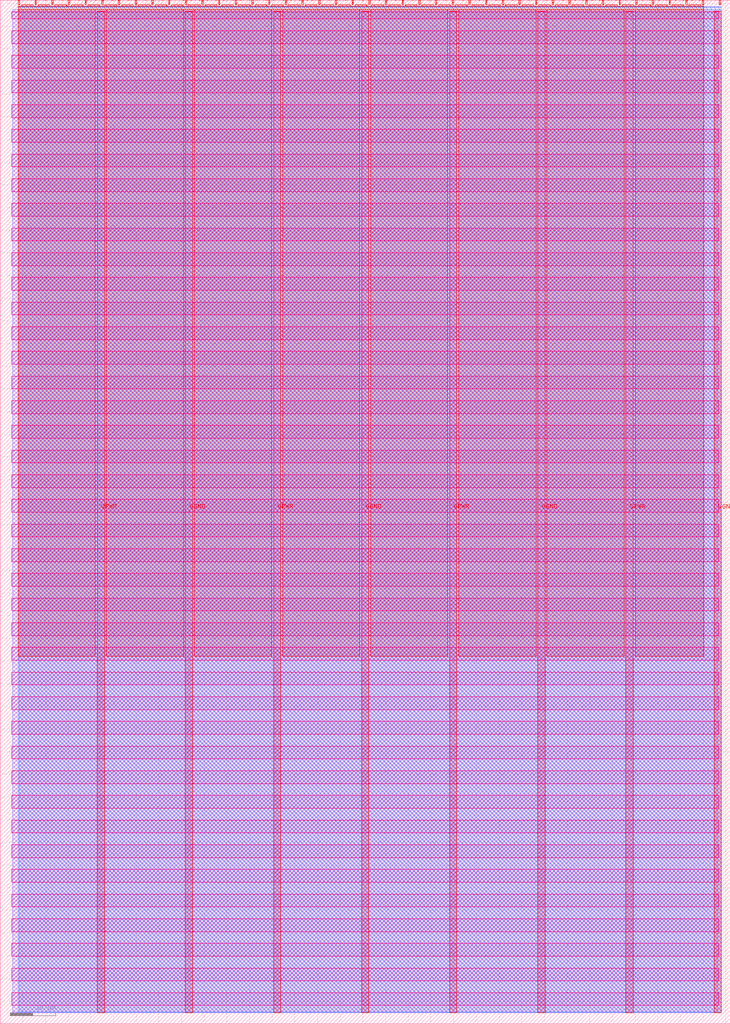
<source format=lef>
VERSION 5.7 ;
  NOWIREEXTENSIONATPIN ON ;
  DIVIDERCHAR "/" ;
  BUSBITCHARS "[]" ;
MACRO tt_um_maxluppe_NIST
  CLASS BLOCK ;
  FOREIGN tt_um_maxluppe_NIST ;
  ORIGIN 0.000 0.000 ;
  SIZE 161.000 BY 225.760 ;
  PIN VGND
    DIRECTION INOUT ;
    USE GROUND ;
    PORT
      LAYER met4 ;
        RECT 40.830 2.480 42.430 223.280 ;
    END
    PORT
      LAYER met4 ;
        RECT 79.700 2.480 81.300 223.280 ;
    END
    PORT
      LAYER met4 ;
        RECT 118.570 2.480 120.170 223.280 ;
    END
    PORT
      LAYER met4 ;
        RECT 157.440 2.480 159.040 223.280 ;
    END
  END VGND
  PIN VPWR
    DIRECTION INOUT ;
    USE POWER ;
    PORT
      LAYER met4 ;
        RECT 21.395 2.480 22.995 223.280 ;
    END
    PORT
      LAYER met4 ;
        RECT 60.265 2.480 61.865 223.280 ;
    END
    PORT
      LAYER met4 ;
        RECT 99.135 2.480 100.735 223.280 ;
    END
    PORT
      LAYER met4 ;
        RECT 138.005 2.480 139.605 223.280 ;
    END
  END VPWR
  PIN clk
    DIRECTION INPUT ;
    USE SIGNAL ;
    ANTENNAGATEAREA 0.852000 ;
    PORT
      LAYER met4 ;
        RECT 154.870 224.760 155.170 225.760 ;
    END
  END clk
  PIN ena
    DIRECTION INPUT ;
    USE SIGNAL ;
    PORT
      LAYER met4 ;
        RECT 158.550 224.760 158.850 225.760 ;
    END
  END ena
  PIN rst_n
    DIRECTION INPUT ;
    USE SIGNAL ;
    ANTENNAGATEAREA 0.126000 ;
    PORT
      LAYER met4 ;
        RECT 151.190 224.760 151.490 225.760 ;
    END
  END rst_n
  PIN ui_in[0]
    DIRECTION INPUT ;
    USE SIGNAL ;
    ANTENNAGATEAREA 0.196500 ;
    PORT
      LAYER met4 ;
        RECT 147.510 224.760 147.810 225.760 ;
    END
  END ui_in[0]
  PIN ui_in[1]
    DIRECTION INPUT ;
    USE SIGNAL ;
    ANTENNAGATEAREA 0.196500 ;
    PORT
      LAYER met4 ;
        RECT 143.830 224.760 144.130 225.760 ;
    END
  END ui_in[1]
  PIN ui_in[2]
    DIRECTION INPUT ;
    USE SIGNAL ;
    ANTENNAGATEAREA 0.196500 ;
    PORT
      LAYER met4 ;
        RECT 140.150 224.760 140.450 225.760 ;
    END
  END ui_in[2]
  PIN ui_in[3]
    DIRECTION INPUT ;
    USE SIGNAL ;
    ANTENNAGATEAREA 0.196500 ;
    PORT
      LAYER met4 ;
        RECT 136.470 224.760 136.770 225.760 ;
    END
  END ui_in[3]
  PIN ui_in[4]
    DIRECTION INPUT ;
    USE SIGNAL ;
    PORT
      LAYER met4 ;
        RECT 132.790 224.760 133.090 225.760 ;
    END
  END ui_in[4]
  PIN ui_in[5]
    DIRECTION INPUT ;
    USE SIGNAL ;
    PORT
      LAYER met4 ;
        RECT 129.110 224.760 129.410 225.760 ;
    END
  END ui_in[5]
  PIN ui_in[6]
    DIRECTION INPUT ;
    USE SIGNAL ;
    PORT
      LAYER met4 ;
        RECT 125.430 224.760 125.730 225.760 ;
    END
  END ui_in[6]
  PIN ui_in[7]
    DIRECTION INPUT ;
    USE SIGNAL ;
    PORT
      LAYER met4 ;
        RECT 121.750 224.760 122.050 225.760 ;
    END
  END ui_in[7]
  PIN uio_in[0]
    DIRECTION INPUT ;
    USE SIGNAL ;
    PORT
      LAYER met4 ;
        RECT 118.070 224.760 118.370 225.760 ;
    END
  END uio_in[0]
  PIN uio_in[1]
    DIRECTION INPUT ;
    USE SIGNAL ;
    PORT
      LAYER met4 ;
        RECT 114.390 224.760 114.690 225.760 ;
    END
  END uio_in[1]
  PIN uio_in[2]
    DIRECTION INPUT ;
    USE SIGNAL ;
    PORT
      LAYER met4 ;
        RECT 110.710 224.760 111.010 225.760 ;
    END
  END uio_in[2]
  PIN uio_in[3]
    DIRECTION INPUT ;
    USE SIGNAL ;
    PORT
      LAYER met4 ;
        RECT 107.030 224.760 107.330 225.760 ;
    END
  END uio_in[3]
  PIN uio_in[4]
    DIRECTION INPUT ;
    USE SIGNAL ;
    PORT
      LAYER met4 ;
        RECT 103.350 224.760 103.650 225.760 ;
    END
  END uio_in[4]
  PIN uio_in[5]
    DIRECTION INPUT ;
    USE SIGNAL ;
    PORT
      LAYER met4 ;
        RECT 99.670 224.760 99.970 225.760 ;
    END
  END uio_in[5]
  PIN uio_in[6]
    DIRECTION INPUT ;
    USE SIGNAL ;
    PORT
      LAYER met4 ;
        RECT 95.990 224.760 96.290 225.760 ;
    END
  END uio_in[6]
  PIN uio_in[7]
    DIRECTION INPUT ;
    USE SIGNAL ;
    PORT
      LAYER met4 ;
        RECT 92.310 224.760 92.610 225.760 ;
    END
  END uio_in[7]
  PIN uio_oe[0]
    DIRECTION OUTPUT TRISTATE ;
    USE SIGNAL ;
    PORT
      LAYER met4 ;
        RECT 29.750 224.760 30.050 225.760 ;
    END
  END uio_oe[0]
  PIN uio_oe[1]
    DIRECTION OUTPUT TRISTATE ;
    USE SIGNAL ;
    PORT
      LAYER met4 ;
        RECT 26.070 224.760 26.370 225.760 ;
    END
  END uio_oe[1]
  PIN uio_oe[2]
    DIRECTION OUTPUT TRISTATE ;
    USE SIGNAL ;
    PORT
      LAYER met4 ;
        RECT 22.390 224.760 22.690 225.760 ;
    END
  END uio_oe[2]
  PIN uio_oe[3]
    DIRECTION OUTPUT TRISTATE ;
    USE SIGNAL ;
    PORT
      LAYER met4 ;
        RECT 18.710 224.760 19.010 225.760 ;
    END
  END uio_oe[3]
  PIN uio_oe[4]
    DIRECTION OUTPUT TRISTATE ;
    USE SIGNAL ;
    PORT
      LAYER met4 ;
        RECT 15.030 224.760 15.330 225.760 ;
    END
  END uio_oe[4]
  PIN uio_oe[5]
    DIRECTION OUTPUT TRISTATE ;
    USE SIGNAL ;
    PORT
      LAYER met4 ;
        RECT 11.350 224.760 11.650 225.760 ;
    END
  END uio_oe[5]
  PIN uio_oe[6]
    DIRECTION OUTPUT TRISTATE ;
    USE SIGNAL ;
    PORT
      LAYER met4 ;
        RECT 7.670 224.760 7.970 225.760 ;
    END
  END uio_oe[6]
  PIN uio_oe[7]
    DIRECTION OUTPUT TRISTATE ;
    USE SIGNAL ;
    PORT
      LAYER met4 ;
        RECT 3.990 224.760 4.290 225.760 ;
    END
  END uio_oe[7]
  PIN uio_out[0]
    DIRECTION OUTPUT TRISTATE ;
    USE SIGNAL ;
    ANTENNADIFFAREA 0.795200 ;
    PORT
      LAYER met4 ;
        RECT 59.190 224.760 59.490 225.760 ;
    END
  END uio_out[0]
  PIN uio_out[1]
    DIRECTION OUTPUT TRISTATE ;
    USE SIGNAL ;
    ANTENNADIFFAREA 0.795200 ;
    PORT
      LAYER met4 ;
        RECT 55.510 224.760 55.810 225.760 ;
    END
  END uio_out[1]
  PIN uio_out[2]
    DIRECTION OUTPUT TRISTATE ;
    USE SIGNAL ;
    ANTENNADIFFAREA 0.795200 ;
    PORT
      LAYER met4 ;
        RECT 51.830 224.760 52.130 225.760 ;
    END
  END uio_out[2]
  PIN uio_out[3]
    DIRECTION OUTPUT TRISTATE ;
    USE SIGNAL ;
    ANTENNADIFFAREA 0.795200 ;
    PORT
      LAYER met4 ;
        RECT 48.150 224.760 48.450 225.760 ;
    END
  END uio_out[3]
  PIN uio_out[4]
    DIRECTION OUTPUT TRISTATE ;
    USE SIGNAL ;
    PORT
      LAYER met4 ;
        RECT 44.470 224.760 44.770 225.760 ;
    END
  END uio_out[4]
  PIN uio_out[5]
    DIRECTION OUTPUT TRISTATE ;
    USE SIGNAL ;
    PORT
      LAYER met4 ;
        RECT 40.790 224.760 41.090 225.760 ;
    END
  END uio_out[5]
  PIN uio_out[6]
    DIRECTION OUTPUT TRISTATE ;
    USE SIGNAL ;
    PORT
      LAYER met4 ;
        RECT 37.110 224.760 37.410 225.760 ;
    END
  END uio_out[6]
  PIN uio_out[7]
    DIRECTION OUTPUT TRISTATE ;
    USE SIGNAL ;
    PORT
      LAYER met4 ;
        RECT 33.430 224.760 33.730 225.760 ;
    END
  END uio_out[7]
  PIN uo_out[0]
    DIRECTION OUTPUT TRISTATE ;
    USE SIGNAL ;
    ANTENNADIFFAREA 0.445500 ;
    PORT
      LAYER met4 ;
        RECT 88.630 224.760 88.930 225.760 ;
    END
  END uo_out[0]
  PIN uo_out[1]
    DIRECTION OUTPUT TRISTATE ;
    USE SIGNAL ;
    ANTENNADIFFAREA 0.445500 ;
    PORT
      LAYER met4 ;
        RECT 84.950 224.760 85.250 225.760 ;
    END
  END uo_out[1]
  PIN uo_out[2]
    DIRECTION OUTPUT TRISTATE ;
    USE SIGNAL ;
    ANTENNADIFFAREA 0.445500 ;
    PORT
      LAYER met4 ;
        RECT 81.270 224.760 81.570 225.760 ;
    END
  END uo_out[2]
  PIN uo_out[3]
    DIRECTION OUTPUT TRISTATE ;
    USE SIGNAL ;
    ANTENNADIFFAREA 0.445500 ;
    PORT
      LAYER met4 ;
        RECT 77.590 224.760 77.890 225.760 ;
    END
  END uo_out[3]
  PIN uo_out[4]
    DIRECTION OUTPUT TRISTATE ;
    USE SIGNAL ;
    ANTENNADIFFAREA 0.795200 ;
    PORT
      LAYER met4 ;
        RECT 73.910 224.760 74.210 225.760 ;
    END
  END uo_out[4]
  PIN uo_out[5]
    DIRECTION OUTPUT TRISTATE ;
    USE SIGNAL ;
    ANTENNADIFFAREA 0.795200 ;
    PORT
      LAYER met4 ;
        RECT 70.230 224.760 70.530 225.760 ;
    END
  END uo_out[5]
  PIN uo_out[6]
    DIRECTION OUTPUT TRISTATE ;
    USE SIGNAL ;
    ANTENNADIFFAREA 0.795200 ;
    PORT
      LAYER met4 ;
        RECT 66.550 224.760 66.850 225.760 ;
    END
  END uo_out[6]
  PIN uo_out[7]
    DIRECTION OUTPUT TRISTATE ;
    USE SIGNAL ;
    ANTENNADIFFAREA 0.445500 ;
    PORT
      LAYER met4 ;
        RECT 62.870 224.760 63.170 225.760 ;
    END
  END uo_out[7]
  OBS
      LAYER nwell ;
        RECT 2.570 221.625 158.430 223.230 ;
        RECT 2.570 216.185 158.430 219.015 ;
        RECT 2.570 210.745 158.430 213.575 ;
        RECT 2.570 205.305 158.430 208.135 ;
        RECT 2.570 199.865 158.430 202.695 ;
        RECT 2.570 194.425 158.430 197.255 ;
        RECT 2.570 188.985 158.430 191.815 ;
        RECT 2.570 183.545 158.430 186.375 ;
        RECT 2.570 178.105 158.430 180.935 ;
        RECT 2.570 172.665 158.430 175.495 ;
        RECT 2.570 167.225 158.430 170.055 ;
        RECT 2.570 161.785 158.430 164.615 ;
        RECT 2.570 156.345 158.430 159.175 ;
        RECT 2.570 150.905 158.430 153.735 ;
        RECT 2.570 145.465 158.430 148.295 ;
        RECT 2.570 140.025 158.430 142.855 ;
        RECT 2.570 134.585 158.430 137.415 ;
        RECT 2.570 129.145 158.430 131.975 ;
        RECT 2.570 123.705 158.430 126.535 ;
        RECT 2.570 118.265 158.430 121.095 ;
        RECT 2.570 112.825 158.430 115.655 ;
        RECT 2.570 107.385 158.430 110.215 ;
        RECT 2.570 101.945 158.430 104.775 ;
        RECT 2.570 96.505 158.430 99.335 ;
        RECT 2.570 91.065 158.430 93.895 ;
        RECT 2.570 85.625 158.430 88.455 ;
        RECT 2.570 80.185 158.430 83.015 ;
        RECT 2.570 74.745 158.430 77.575 ;
        RECT 2.570 69.305 158.430 72.135 ;
        RECT 2.570 63.865 158.430 66.695 ;
        RECT 2.570 58.425 158.430 61.255 ;
        RECT 2.570 52.985 158.430 55.815 ;
        RECT 2.570 47.545 158.430 50.375 ;
        RECT 2.570 42.105 158.430 44.935 ;
        RECT 2.570 36.665 158.430 39.495 ;
        RECT 2.570 31.225 158.430 34.055 ;
        RECT 2.570 25.785 158.430 28.615 ;
        RECT 2.570 20.345 158.430 23.175 ;
        RECT 2.570 14.905 158.430 17.735 ;
        RECT 2.570 9.465 158.430 12.295 ;
        RECT 2.570 4.025 158.430 6.855 ;
      LAYER li1 ;
        RECT 2.760 2.635 158.240 223.125 ;
      LAYER met1 ;
        RECT 2.760 2.480 159.040 223.680 ;
      LAYER met2 ;
        RECT 4.230 2.535 159.010 224.245 ;
      LAYER met3 ;
        RECT 3.950 2.555 159.030 224.225 ;
      LAYER met4 ;
        RECT 4.690 224.360 7.270 224.760 ;
        RECT 8.370 224.360 10.950 224.760 ;
        RECT 12.050 224.360 14.630 224.760 ;
        RECT 15.730 224.360 18.310 224.760 ;
        RECT 19.410 224.360 21.990 224.760 ;
        RECT 23.090 224.360 25.670 224.760 ;
        RECT 26.770 224.360 29.350 224.760 ;
        RECT 30.450 224.360 33.030 224.760 ;
        RECT 34.130 224.360 36.710 224.760 ;
        RECT 37.810 224.360 40.390 224.760 ;
        RECT 41.490 224.360 44.070 224.760 ;
        RECT 45.170 224.360 47.750 224.760 ;
        RECT 48.850 224.360 51.430 224.760 ;
        RECT 52.530 224.360 55.110 224.760 ;
        RECT 56.210 224.360 58.790 224.760 ;
        RECT 59.890 224.360 62.470 224.760 ;
        RECT 63.570 224.360 66.150 224.760 ;
        RECT 67.250 224.360 69.830 224.760 ;
        RECT 70.930 224.360 73.510 224.760 ;
        RECT 74.610 224.360 77.190 224.760 ;
        RECT 78.290 224.360 80.870 224.760 ;
        RECT 81.970 224.360 84.550 224.760 ;
        RECT 85.650 224.360 88.230 224.760 ;
        RECT 89.330 224.360 91.910 224.760 ;
        RECT 93.010 224.360 95.590 224.760 ;
        RECT 96.690 224.360 99.270 224.760 ;
        RECT 100.370 224.360 102.950 224.760 ;
        RECT 104.050 224.360 106.630 224.760 ;
        RECT 107.730 224.360 110.310 224.760 ;
        RECT 111.410 224.360 113.990 224.760 ;
        RECT 115.090 224.360 117.670 224.760 ;
        RECT 118.770 224.360 121.350 224.760 ;
        RECT 122.450 224.360 125.030 224.760 ;
        RECT 126.130 224.360 128.710 224.760 ;
        RECT 129.810 224.360 132.390 224.760 ;
        RECT 133.490 224.360 136.070 224.760 ;
        RECT 137.170 224.360 139.750 224.760 ;
        RECT 140.850 224.360 143.430 224.760 ;
        RECT 144.530 224.360 147.110 224.760 ;
        RECT 148.210 224.360 150.790 224.760 ;
        RECT 151.890 224.360 154.470 224.760 ;
        RECT 3.975 223.680 155.185 224.360 ;
        RECT 3.975 81.095 20.995 223.680 ;
        RECT 23.395 81.095 40.430 223.680 ;
        RECT 42.830 81.095 59.865 223.680 ;
        RECT 62.265 81.095 79.300 223.680 ;
        RECT 81.700 81.095 98.735 223.680 ;
        RECT 101.135 81.095 118.170 223.680 ;
        RECT 120.570 81.095 137.605 223.680 ;
        RECT 140.005 81.095 155.185 223.680 ;
  END
END tt_um_maxluppe_NIST
END LIBRARY


</source>
